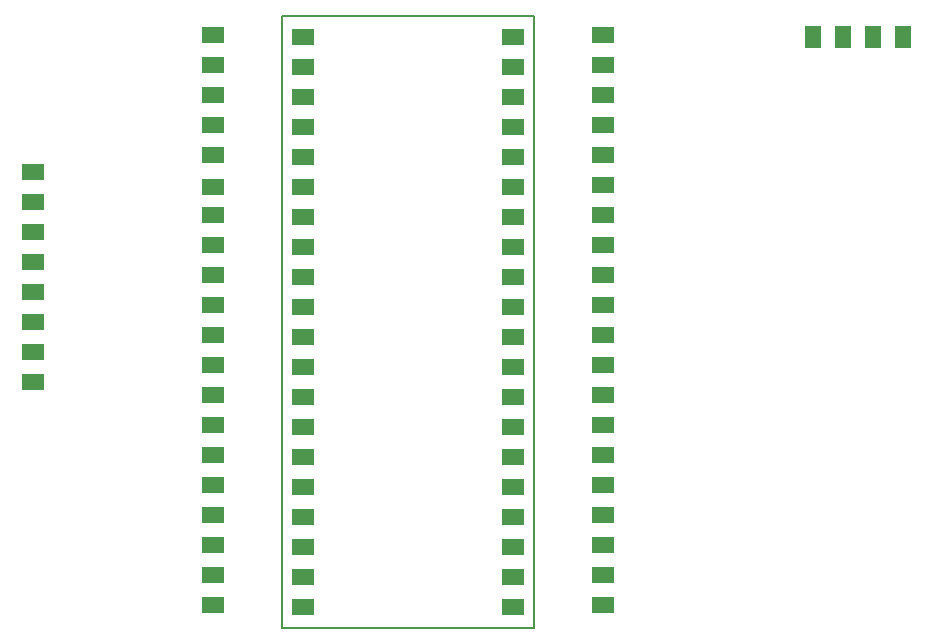
<source format=gbr>
G04 DesignSpark PCB Gerber Version 11.0 Build 5877*
%FSLAX35Y35*%
%MOIN*%
%ADD24R,0.05500X0.07500*%
%ADD10C,0.00500*%
%ADD23R,0.07500X0.05500*%
X0Y0D02*
D02*
D10*
X212250Y227250D02*
Y23250D01*
X128250D01*
Y227250D01*
X212250D01*
D02*
D23*
X45250Y105250D03*
Y115250D03*
Y125250D03*
Y135250D03*
Y145250D03*
Y155250D03*
Y165250D03*
Y175250D03*
X105250Y30750D03*
Y40750D03*
Y50750D03*
Y60750D03*
Y70750D03*
Y80750D03*
Y90750D03*
Y100750D03*
Y110750D03*
Y120750D03*
Y130750D03*
Y140750D03*
Y150750D03*
Y160750D03*
Y170250D03*
Y180750D03*
Y190750D03*
Y200750D03*
Y210750D03*
Y220750D03*
X135250Y30250D03*
Y40250D03*
Y50250D03*
Y60250D03*
Y70250D03*
Y80250D03*
Y90250D03*
Y100250D03*
Y110250D03*
Y120250D03*
Y130250D03*
Y140250D03*
Y150250D03*
Y160250D03*
Y170250D03*
Y180250D03*
Y190250D03*
Y200250D03*
Y210250D03*
Y220250D03*
X205250Y30250D03*
Y40250D03*
Y50250D03*
Y60250D03*
Y70250D03*
Y80250D03*
Y90250D03*
Y100250D03*
Y110250D03*
Y120250D03*
Y130250D03*
Y140250D03*
Y150250D03*
Y160250D03*
Y170250D03*
Y180250D03*
Y190250D03*
Y200250D03*
Y210250D03*
Y220250D03*
X235250Y30750D03*
Y40750D03*
Y50750D03*
Y60750D03*
Y70750D03*
Y80750D03*
Y90750D03*
Y100750D03*
Y110750D03*
Y120750D03*
Y130750D03*
Y140750D03*
Y150750D03*
Y160750D03*
Y170750D03*
Y180750D03*
Y190750D03*
Y200750D03*
Y210750D03*
Y220750D03*
D02*
D24*
X305250Y220250D03*
X315250D03*
X325250D03*
X335250D03*
X0Y0D02*
M02*

</source>
